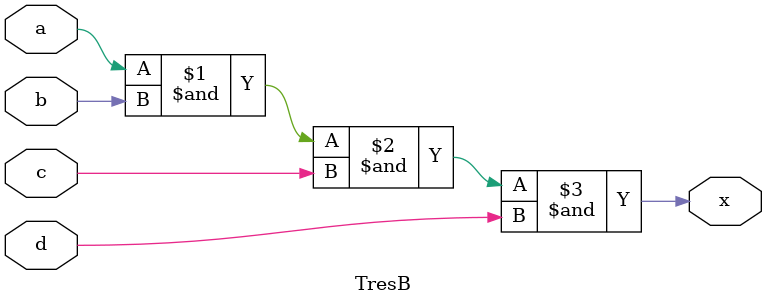
<source format=v>
module TresB (
    input wire a,
    input wire b,
    input wire c,
    input wire d,
    output wire x
);
    
assign x = (a & b & c & d);

endmodule
</source>
